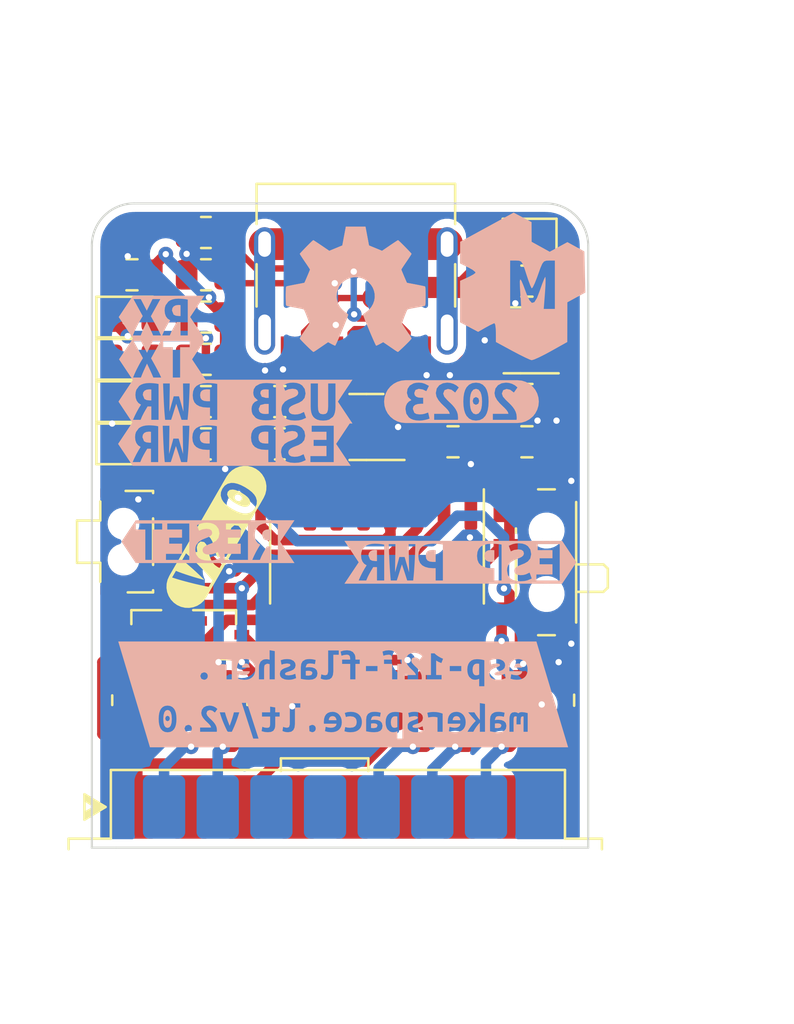
<source format=kicad_pcb>
(kicad_pcb (version 20211014) (generator pcbnew)
  (layers (0 "F.Cu" signal) (31 "B.Cu" signal) (34 "B.Paste" user) (35 "F.Paste" user) (36 "B.SilkS" user "B.Silkscreen") (37 "F.SilkS" user "F.Silkscreen") (38 "B.Mask" user) (39 "F.Mask" user) (44 "Edge.Cuts" user))
  (net 0 "")
  (net 1 "RST")
  (net 2 "GND")
  (net 3 "/V_USB_P")
  (net 4 "+3V3")
  (net 5 "V_ESP")
  (net 6 "/V_USB_E")
  (net 7 "/_CC1")
  (net 8 "/USBE_D+")
  (net 9 "/USBE_D-")
  (net 10 "/_CC2")
  (net 11 "TX")
  (net 12 "RX")
  (net 13 "EN")
  (net 14 "IO0")
  (net 15 "IO2")
  (net 16 "IO15")
  (net 17 "/_PWR_LED_CL")
  (net 18 "/_TX_USB")
  (net 19 "/_TX_LED_CL")
  (net 20 "/_RX_USB")
  (net 21 "/_RX_LED_CL")
  (net 22 "/_ESP_PWR_LED_CL")
  (net 23 "/_GPIO0_base")
  (net 24 "/_DTR")
  (net 25 "/_RST_BASE")
  (net 26 "/_RTS")
  (net 27 "/USB_D+")
  (net 28 "/USB_D-")
  (net 29 "/USB_ESD_P")
  (net 32 "unconnected-(J1-PadS1)")
  (footprint "Resistor_SMD:R_0805_2012Metric" (layer "F.Cu") (at 112.1 119.5 90)
    (fp_text reference "R1" hide)
    (fp_text value "10k")
  )
  (footprint "Resistor_SMD:R_0805_2012Metric" (layer "F.Cu") (at 108.9 107.375 180)
    (fp_text reference "R7" hide)
    (fp_text value "470")
  )
  (footprint "Capacitor_SMD:C_0805_2012Metric" (layer "F.Cu") (at 110.1 119.5 -90)
    (fp_text reference "C1" hide)
    (fp_text value "100n")
  )
  (footprint "Resistor_SMD:R_0805_2012Metric" (layer "F.Cu") (at 103.9 119.5 -90)
    (fp_text reference "R13" hide)
    (fp_text value "1k")
  )
  (footprint "Capacitor_SMD:C_0805_2012Metric" (layer "F.Cu") (at 101.9 99.375 180)
    (fp_text reference "C6" hide)
    (fp_text value "10u")
  )
  (footprint "LED_SMD:LED_0805_2012Metric" (layer "F.Cu") (at 101.9 101.375)
    (fp_text reference "LED3" hide)
    (fp_text value "RX")
  )
  (footprint "LED_SMD:LED_0805_2012Metric" (layer "F.Cu") (at 101.9 103.375)
    (fp_text reference "LED2" hide)
    (fp_text value "TX")
  )
  (footprint "Capacitor_SMD:C_0805_2012Metric" (layer "F.Cu") (at 120.6 107.275)
    (fp_text reference "C7" hide)
    (fp_text value "100n")
  )
  (footprint "Resistor_SMD:R_0805_2012Metric" (layer "F.Cu") (at 118.1 119.5 90)
    (fp_text reference "R4" hide)
    (fp_text value "10k")
  )
  (footprint "Package_SO:SOIC-16_3.9x9.9mm_P1.27mm" (layer "F.Cu") (at 113.5 112.975 -90)
    (fp_text reference "U3" hide)
    (fp_text value "CH340C")
  )
  (footprint "Capacitor_SMD:C_0805_2012Metric" (layer "F.Cu") (at 117.1 107.275)
    (fp_text reference "C5" hide)
    (fp_text value "100n")
  )
  (footprint "Resistor_SMD:R_0805_2012Metric" (layer "F.Cu") (at 105.4 99.375)
    (fp_text reference "R5" hide)
    (fp_text value "4k7")
  )
  (footprint "Diode_SMD:D_SOD-323" (layer "F.Cu") (at 120.5 97.575 180)
    (fp_text reference "D1" hide)
    (fp_text value "B5819WS")
  )
  (footprint "Resistor_SMD:R_0805_2012Metric" (layer "F.Cu") (at 105.4 103.375)
    (fp_text reference "R9" hide)
    (fp_text value "470")
  )
  (footprint "Resistor_SMD:R_0805_2012Metric" (layer "F.Cu") (at 105.4 97.375)
    (fp_text reference "R6" hide)
    (fp_text value "4k7")
  )
  (footprint "Package_TO_SOT_SMD:SOT-23-5" (layer "F.Cu") (at 120.3 102.475 180)
    (fp_text reference "U2" hide)
    (fp_text value "ME6211C33M5G-N")
  )
  (footprint "Resistor_SMD:R_0805_2012Metric" (layer "F.Cu") (at 105.4 107.375)
    (fp_text reference "R12" hide)
    (fp_text value "1k")
  )
  (footprint "Package_TO_SOT_SMD:SOT-23-6" (layer "F.Cu") (at 113 106.575 180)
    (fp_text reference "U1" hide)
    (fp_text value "USBLC6-2SC6")
  )
  (footprint "-local:SW_SPDT_PCM12" (layer "F.Cu") (at 121.2 112.975 90)
    (fp_text reference "SW2" hide)
    (fp_text value "ESP Power")
  )
  (footprint "LED_SMD:LED_0805_2012Metric" (layer "F.Cu") (at 101.9 107.375)
    (fp_text reference "LED4" hide)
    (fp_text value "ESP")
  )
  (footprint "Capacitor_SMD:C_0805_2012Metric" (layer "F.Cu") (at 108.9 105.375 180)
    (fp_text reference "C3" hide)
    (fp_text value "100n")
  )
  (footprint "LED_SMD:LED_0805_2012Metric" (layer "F.Cu") (at 101.9 105.375)
    (fp_text reference "LED1" hide)
    (fp_text value "PWR")
  )
  (footprint "Resistor_SMD:R_0805_2012Metric" (layer "F.Cu") (at 105.4 101.375)
    (fp_text reference "R10" hide)
    (fp_text value "470")
  )
  (footprint "-local:USB_C_Receptacle_HRO_TYPE-C-31-M-12" (layer "F.Cu") (at 112.5 98.975 180)
    (fp_text reference "J1" hide)
    (fp_text value "TYPE-C-31-M-12")
  )
  (footprint "Resistor_SMD:R_0805_2012Metric" (layer "F.Cu") (at 101.7 119.5 -90)
    (fp_text reference "R11" hide)
    (fp_text value "1k")
  )
  (footprint "Capacitor_SMD:C_0805_2012Metric" (layer "F.Cu") (at 122.1 119.5 90)
    (fp_text reference "C8" hide)
    (fp_text value "100n")
  )
  (footprint "-local:1TS003B-2400-3500A-CT" (layer "F.Cu") (at 101.5 112 90)
    (fp_text reference "SW1" hide)
    (fp_text value "RESET")
  )
  (footprint "kibuzzard-63EB9F20" (layer "F.Cu") (at 105.9 111.775 60)
    (fp_text reference "kibuzzard-63EB9F20" hide)
    (fp_text value "G***" hide)
  )
  (footprint "Resistor_SMD:R_0805_2012Metric" (layer "F.Cu") (at 105.4 105.375)
    (fp_text reference "R8" hide)
    (fp_text value "1k")
  )
  (footprint "Resistor_SMD:R_0805_2012Metric" (layer "F.Cu") (at 108.1 119.5 90)
    (fp_text reference "R14" hide)
    (fp_text value "470")
  )
  (footprint "Resistor_SMD:R_0805_2012Metric" (layer "F.Cu") (at 120.1 119.5 -90)
    (fp_text reference "R16" hide)
    (fp_text value "10k")
  )
  (footprint "Resistor_SMD:R_0805_2012Metric" (layer "F.Cu") (at 106.1 119.5 90)
    (fp_text reference "R15" hide)
    (fp_text value "470")
  )
  (footprint "Resistor_SMD:R_0805_2012Metric" (layer "F.Cu") (at 116.1 119.5 90)
    (fp_text reference "R3" hide)
    (fp_text value "10k")
  )
  (footprint "Package_TO_SOT_SMD:SOT-323_SC-70" (layer "F.Cu") (at 102.6 116.4 180)
    (fp_text reference "Q2" hide)
    (fp_text value "DTC114YUA")
  )
  (footprint "Package_TO_SOT_SMD:SOT-323_SC-70" (layer "F.Cu") (at 106.1 116.4)
    (fp_text reference "Q1" hide)
    (fp_text value "DTC114YUA")
  )
  (footprint "Capacitor_SMD:C_0805_2012Metric" (layer "F.Cu") (at 120.6 99.675 180)
    (fp_text reference "C2" hide)
    (fp_text value "10u")
  )
  (footprint "Capacitor_SMD:C_0805_2012Metric" (layer "F.Cu") (at 120.6 105.275)
    (fp_text reference "C4" hide)
    (fp_text value "10u")
  )
  (footprint "-local:IDC-Female_2x08_P2.54mm_Edge" (layer "F.Cu") (at 102.15 124.55 90)
    (fp_text reference "J2" hide)
    (fp_text value "IDC EDGE 2x8")
  )
  (footprint "Resistor_SMD:R_0805_2012Metric" (layer "F.Cu") (at 114.1 119.5 90)
    (fp_text reference "R2" hide)
    (fp_text value "10k")
  )
  (footprint "kibuzzard-63EE6395" (layer "B.Cu") (at 103.3 101.375 180)
    (fp_text reference "kibuzzard-63EE6395" hide)
    (fp_text value "G***" hide)
  )
  (footprint "Symbol:OSHW-Symbol_6.7x6mm_SilkScreen" (layer "B.Cu") (at 112.5 100.075 180)
    (fp_text reference "G1" hide)
    (fp_text value "Logo_Open_Hardware_Large" hide)
  )
  (footprint "kibuzzard-63ECAE5F" (layer "B.Cu") (at 117.45 112.975 180)
    (fp_text reference "kibuzzard-63ECAE5F" hide)
    (fp_text value "G***" hide)
  )
  (footprint "-local:logo_kms_small_silkscreen" (layer "B.Cu") (at 120.820705 99.888901 180)
    (fp_text reference "G2" hide)
    (fp_text value "LOGO_KMS" hide)
  )
  (footprint "kibuzzard-63EE63B5" (layer "B.Cu") (at 106.75 107.375 180)
    (fp_text reference "kibuzzard-63EE63B5" hide)
    (fp_text value "G***" hide)
  )
  (footprint "kibuzzard-63EE5BD6" (layer "B.Cu") (at 117.5 105.375 180)
    (fp_text reference "kibuzzard-63EE5BD6" hide)
    (fp_text value "G***" hide)
  )
  (footprint "kibuzzard-63EE5B04" (layer "B.Cu") (at 105.5 112 180)
    (fp_text reference "kibuzzard-63EE5B04" hide)
    (fp_text value "G***" hide)
  )
  (footprint "kibuzzard-63EE5F35" (layer "B.Cu") (at 111.9 119.225 180)
    (fp_text reference "kibuzzard-63EE5F35" hide)
    (fp_text value "G***" hide)
  )
  (footprint "kibuzzard-63EE63E9" (layer "B.Cu") (at 106.8 105.375 180)
    (fp_text reference "kibuzzard-63EE63E9" hide)
    (fp_text value "G***" hide)
  )
  (footprint "kibuzzard-63EE639E" (layer "B.Cu") (at 103.35 103.375 180)
    (fp_text reference "kibuzzard-63EE639E" hide)
    (fp_text value "G***" hide)
  )
  (gr_line (start 100.5 124.525) (end 99.7 124.975) (layer "F.SilkS") (width 0.15))
  (gr_line (start 100.5 124.575) (end 99.7 124.075) (layer "F.SilkS") (width 0.15))
  (gr_line (start 100.3 124.625) (end 99.7 124.225) (layer "F.SilkS") (width 0.15))
  (gr_line (start 100.3 124.475) (end 99.7 124.825) (layer "F.SilkS") (width 0.15))
  (gr_line (start 122.25 126.475) (end 101.15 126.475) (layer "Edge.Cuts") (width 0.1))
  (gr_line (start 123.5 98) (end 123.5 126.475) (layer "Edge.Cuts") (width 0.1))
  (gr_line (start 100 98) (end 100 126.475) (layer "Edge.Cuts") (width 0.1))
  (gr_arc (start 121.5 96) (mid 122.914214 96.585786) (end 123.5 98) (layer "Edge.Cuts") (width 0.1))
  (gr_line (start 122.25 126.475) (end 123.5 126.475) (layer "Edge.Cuts") (width 0.1))
  (gr_line (start 102 96) (end 121.5 96) (layer "Edge.Cuts") (width 0.1))
  (gr_line (start 101.15 126.475) (end 100 126.475) (layer "Edge.Cuts") (width 0.1))
  (gr_arc (start 100 98) (mid 100.585786 96.585786) (end 102 96) (layer "Edge.Cuts") (width 0.1))
  (segment (start 101.6 116.6) (end 100.5 117.7) (width 0.5) (layer "F.Cu") (net 1))
  (segment (start 107.3 122.5) (end 102.4 122.5) (width 0.5) (layer "F.Cu") (net 1))
  (segment (start 101.6 116.4) (end 101.6 115.3) (width 0.5) (layer "F.Cu") (net 1))
  (segment (start 112.1 120.4125) (end 112.1 121.3) (width 0.5) (layer "F.Cu") (net 1))
  (segment (start 112.1 121.3) (end 111.8 121.6) (width 0.5) (layer "F.Cu") (net 1))
  (segment (start 108.2 121.6) (end 107.3 122.5) (width 0.5) (layer "F.Cu") (net 1))
  (segment (start 100.5 121.1) (end 102.15 122.75) (width 0.5) (layer "F.Cu") (net 1))
  (segment (start 102.9 114) (end 102.9 113.7) (width 0.5) (layer "F.Cu") (net 1))
  (segment (start 101.6 116.4) (end 101.6 116.6) (width 0.5) (layer "F.Cu") (net 1))
  (segment (start 102.4 122.5) (end 102.15 122.75) (width 0.5) (layer "F.Cu") (net 1))
  (segment (start 111.8 121.6) (end 108.2 121.6) (width 0.5) (layer "F.Cu") (net 1))
  (segment (start 101.6 115.3) (end 102.9 114) (width 0.5) (layer "F.Cu") (net 1))
  (segment (start 110.15 118.55) (end 110.1 118.55) (width 0.5) (layer "F.Cu") (net 1))
  (segment (start 112.0125 120.4125) (end 110.15 118.55) (width 0.5) (layer "F.Cu") (net 1))
  (segment (start 100.5 117.7) (end 100.5 121.1) (width 0.5) (layer "F.Cu") (net 1))
  (segment (start 112.1 120.4125) (end 112.0125 120.4125) (width 0.5) (layer "F.Cu") (net 1))
  (segment (start 102.15 122.75) (end 102.15 124.55) (width 0.5) (layer "F.Cu") (net 1))
  (segment (start 118.601472 102.475) (end 116.950736 104.125736) (width 0.5) (layer "F.Cu") (net 2))
  (segment (start 120.42 117.78) (end 120.42 118.2675) (width 0.5) (layer "F.Cu") (net 2))
  (segment (start 109.4875 119.7875) (end 110.1 120.4) (width 0.5) (layer "F.Cu") (net 2))
  (segment (start 107.95 105.375) (end 107.95 104.15) (width 0.5) (layer "F.Cu") (net 2))
  (segment (start 116.801472 104.275) (end 116.950736 104.125736) (width 0.5) (layer "F.Cu") (net 2))
  (segment (start 121.55 106.725) (end 121.1 106.275) (width 0.5) (layer "F.Cu") (net 2))
  (segment (start 115.85 104.125) (end 116 104.275) (width 0.5) (layer "F.Cu") (net 2))
  (segment (start 100.9625 106.4125) (end 100.9625 107.375) (width 0.5) (layer "F.Cu") (net 2))
  (segment (start 122.7 116.695) (end 122.63 116.625) (width 0.5) (layer "F.Cu") (net 2))
  (segment (start 120.42 108.555) (end 121.55 107.425) (width 0.5) (layer "F.Cu") (net 2))
  (segment (start 120.42 116.625) (end 121.025 116.625) (width 0.5) (layer "F.Cu") (net 2))
  (segment (start 122.7 109.255) (end 122.63 109.325) (width 0.5) (layer "F.Cu") (net 2))
  (segment (start 109.05 103.85) (end 109.25 103.65) (width 0.5) (layer "F.Cu") (net 2))
  (segment (start 117.945 110.5) (end 117.945 111.755) (width 0.5) (layer "F.Cu") (net 2))
  (segment (start 104.4875 98.3875) (end 104.4875 97.375) (width 0.5) (layer "F.Cu") (net 2))
  (segment (start 102.9 110.3) (end 102.5 110.3) (width 0.5) (layer "F.Cu") (net 2))
  (segment (start 120.42 109.325) (end 120.42 108.555) (width 0.5) (layer "F.Cu") (net 2))
  (segment (start 121.55 107.275) (end 121.55 105.275) (width 0.5) (layer "F.Cu") (net 2))
  (segment (start 121.55 107.425) (end 122.7 108.575) (width 0.5) (layer "F.Cu") (net 2))
  (segment (start 119.65 99.675) (end 120.05 100.075) (width 0.5) (layer "F.Cu") (net 2))
  (segment (start 117.945 111.755) (end 117.9 111.8) (width 0.5) (layer "F.Cu") (net 2))
  (segment (start 122.7 109.125) (end 122.7 109.255) (width 0.5) (layer "F.Cu") (net 2))
  (segment (start 117.945 108.33) (end 117.945 107.38) (width 0.5) (layer "F.Cu") (net 2))
  (segment (start 122.7 108.575) (end 122.7 109.125) (width 0.5) (layer "F.Cu") (net 2))
  (segment (start 107.95 104.15) (end 108.2 103.9) (width 0.5) (layer "F.Cu") (net 2))
  (segment (start 110.1 120.4) (end 110.1 120.45) (width 0.5) (layer "F.Cu") (net 2))
  (segment (start 104.4875 99.375) (end 104.4875 98.3875) (width 0.5) (layer "F.Cu") (net 2))
  (segment (start 115.75 104.025) (end 115.85 104.125) (width 0.5) (layer "F.Cu") (net 2))
  (segment (start 100.9625 105.375) (end 100.9625 106.4125) (width 0.5) (layer "F.Cu") (net 2))
  (segment (start 117.945 110.5) (end 117.945 108.33) (width 0.5) (layer "F.Cu") (net 2))
  (segment (start 118.601472 102.475) (end 121.4375 102.475) (width 0.5) (layer "F.Cu") (net 2))
  (segment (start 121.55 105.825) (end 122 106.275) (width 0.5) (layer "F.Cu") (net 2))
  (segment (start 121.55 107.275) (end 121.55 106.725) (width 0.5) (layer "F.Cu") (net 2))
  (segment (start 120.05 100.075) (end 120.05 100.725) (width 0.5) (layer "F.Cu") (net 2))
  (segment (start 116 104.275) (end 116.801472 104.275) (width 0.5) (layer "F.Cu") (net 2))
  (segment (start 100.95 99.375) (end 100.95 99.25) (width 0.5) (layer "F.Cu") (net 2))
  (segment (start 121.55 107.425) (end 121.55 107.275) (width 0.5) (layer "F.Cu") (net 2))
  (segment (start 109.25 103.65) (end 109.25 103.02) (width 0.5) (layer "F.Cu") (net 2))
  (segment (start 121.025 116.625) (end 122.1 117.7) (width 0.5) (layer "F.Cu") (net 2))
  (segment (start 108.2 103.9) (end 109 103.9) (width 0.5) (layer "F.Cu") (net 2))
  (segment (start 109 103.9) (end 109.05 103.85) (width 0.5) (layer "F.Cu") (net 2))
  (segment (start 100.95 99.25) (end 101.7 98.5) (width 0.5) (layer "F.Cu") (net 2))
  (segment (start 115.75 103.02) (end 115.75 104.025) (width 0.5) (layer "F.Cu") (net 2))
  (segment (start 117.945 107.38) (end 118.05 107.275) (width 0.5) (layer "F.Cu") (net 2))
  (segment (start 122.1 117.7) (end 122.1 118.55) (width 0.5) (layer "F.Cu") (net 2))
  (segment (start 120.42 116.625) (end 120.42 117.78) (width 0.5) (layer "F.Cu") (net 2))
  (segment (start 120.42 118.2675) (end 120.1 118.5875) (width 0.5) (layer "F.Cu") (net 2))
  (segment (start 122.7 116.825) (end 122.7 116.695) (width 0.5) (layer "F.Cu") (net 2))
  (segment (start 121.55 105.275) (end 121.55 105.825) (width 0.5) (layer "F.Cu") (net 2))
  (segment (start 102.5 110.3) (end 102.2 110) (width 0.5) (layer "F.Cu") (net 2))
  (via (at 109.4875 119.7875) (size 0.7) (drill 0.3) (layers "F.Cu" "B.Cu") (net 2))
  (via (at 117.9 111.8) (size 0.7) (drill 0.3) (layers "F.Cu" "B.Cu") (net 2))
  (via (at 100.9625 106.4125) (size 0.7) (drill 0.3) (layers "F.Cu" "B.Cu") (net 2))
  (via (at 104.4875 98.3875) (size 0.7) (drill 0.3) (layers "F.Cu" "B.Cu") (net 2))
  (via (at 120.42 117.78) (size 0.7) (drill 0.3) (layers "F.Cu" "B.Cu") (net 2))
  (via (at 101.7 98.5) (size 0.7) (drill 0.3) (layers "F.Cu" "B.Cu") (net 2))
  (via (at 117.945 108.33) (size 0.7) (drill 0.3) (layers "F.Cu" "B.Cu") (net 2))
  (via (at 122.7 109.125) (size 0.7) (drill 0.3) (layers "F.Cu" "B.Cu") (net 2))
  (via (at 108.2 103.9) (size 0.7) (drill 0.3) (layers "F.Cu" "B.Cu") (net 2))
  (via (at 121.1 106.275) (size 0.7) (drill 0.3) (layers "F.Cu" "B.Cu") (net 2))
  (via (at 122 106.275) (size 0.7) (drill 0.3) (layers "F.Cu" "B.Cu") (net 2))
  (via (at 115.85 104.125) (size 0.7) (drill 0.3) (layers "F.Cu" "B.Cu") (net 2))
  (via (at 120.05 100.725) (size 0.7) (drill 0.3) (layers "F.Cu" "B.Cu") (net 2))
  (via (at 102.2 110) (size 0.7) (drill 0.3) (layers "F.Cu" "B.Cu") (net 2))
  (via (at 122.7 116.825) (size 0.7) (drill 0.3) (layers "F.Cu" "B.Cu") (net 2))
  (via (at 114.5 106.575) (size 0.7) (drill 0.3) (layers "F.Cu" "B.Cu") (net 2))
  (via (at 122.1 117.7) (size 0.7) (drill 0.3) (layers "F.Cu" "B.Cu") (net 2))
  (via (at 118.601472 102.475) (size 0.7) (drill 0.3) (layers "F.Cu" "B.Cu") (net 2))
  (via (at 109.05 103.85) (size 0.7) (drill 0.3) (layers "F.Cu" "B.Cu") (net 2))
  (via (at 116.950736 104.125736) (size 0.7) (drill 0.3) (layers "F.Cu" "B.Cu") (net 2))
  (segment (start 121.55 99.675) (end 121.55 97.575) (width 1) (layer "F.Cu") (net 3))
  (segment (start 122.55 103.025) (end 122.15 103.425) (width 0.5) (layer "F.Cu") (net 3))
  (segment (start 121.4375 99.7875) (end 121.55 99.675) (width 0.5) (layer "F.Cu") (net 3))
  (segment (start 121.998528 101.525) (end 122.55 102.076472) (width 0.5) (layer "F.Cu") (net 3))
  (segment (start 122.15 103.425) (end 121.4375 103.425) (width 0.5) (layer "F.Cu") (net 3))
  (segment (start 121.4375 101.525) (end 121.998528 101.525) (width 0.5) (layer "F.Cu") (net 3))
  (segment (start 121.4375 101.525) (end 121.4375 99.7875) (width 0.5) (layer "F.Cu") (net 3))
  (segment (start 122.55 102.076472) (end 122.55 103.025) (width 0.5) (layer "F.Cu") (net 3))
  (segment (start 114.5 108.675) (end 115.8 108.675) (width 0.5) (layer "F.Cu") (net 4))
  (segment (start 105.543726 100.606226) (end 106.3125 101.375) (width 0.5) (layer "F.Cu") (net 4))
  (segment (start 114.135 110.5) (end 114.135 109.04) (width 0.5) (layer "F.Cu") (net 4))
  (segment (start 108.656472 111.925) (end 107.9875 111.256028) (width 0.5) (layer "F.Cu") (net 4))
  (segment (start 117.945 115.45) (end 117.945 118.4325) (width 0.5) (layer "F.Cu") (net 4))
  (segment (start 119.65 107.275) (end 119.65 105.275) (width 0.5) (layer "F.Cu") (net 4))
  (segment (start 102.85 99.05) (end 103.5 98.4) (width 0.5) (layer "F.Cu") (net 4))
  (segment (start 119.45 103.425) (end 119.9 103.875) (width 0.5) (layer "F.Cu") (net 4))
  (segment (start 107.9875 107.127449) (end 106.3125 105.452449) (width 0.5) (layer "F.Cu") (net 4))
  (segment (start 119.1625 103.425) (end 119.45 103.425) (width 0.5) (layer "F.Cu") (net 4))
  (segment (start 118.1 118.5875) (end 116.1 118.5875) (width 0.5) (layer "F.Cu") (net 4))
  (segment (start 114.1 118.5875) (end 112.1 118.5875) (width 0.5) (layer "F.Cu") (net 4))
  (segment (start 117.945 115.45) (end 117.945 113.655) (width 0.5) (layer "F.Cu") (net 4))
  (segment (start 114.135 110.5) (end 114.135 111.665) (width 0.5) (layer "F.Cu") (net 4))
  (segment (start 113.875 111.925) (end 108.656472 111.925) (width 0.5) (layer "F.Cu") (net 4))
  (segment (start 115.8 108.675) (end 116.15 108.325) (width 0.5) (layer "F.Cu") (net 4))
  (segment (start 106.3125 103.375) (end 106.3125 105.375) (width 0.5) (layer "F.Cu") (net 4))
  (segment (start 119.57 107.905) (end 119.57 110.525) (width 0.5) (layer "F.Cu") (net 4))
  (segment (start 119.77 112.225) (end 119.77 110.725) (width 0.5) (layer "F.Cu") (net 4))
  (segment (start 119.9 105.025) (end 119.65 105.275) (width 0.5) (layer "F.Cu") (net 4))
  (segment (start 114.135 111.665) (end 113.875 111.925) (width 0.5) (layer "F.Cu") (net 4))
  (segment (start 119.65 107.825) (end 119.57 107.905) (width 0.5) (layer "F.Cu") (net 4))
  (segment (start 119.9 103.875) (end 119.9 105.025) (width 0.5) (layer "F.Cu") (net 4))
  (segment (start 116.15 107.275) (end 116.15 106.025) (width 0.5) (layer "F.Cu") (net 4))
  (segment (start 107.9875 111.256028) (end 107.9875 107.375) (width 0.5) (layer "F.Cu") (net 4))
  (segment (start 119.57 110.525) (end 119.77 110.725) (width 0.5) (layer "F.Cu") (net 4))
  (segment (start 106.3125 103.375) (end 106.3125 101.375) (width 0.5) (layer "F.Cu") (net 4))
  (segment (start 102.85 99.375) (end 102.85 99.05) (width 0.5) (layer "F.Cu") (net 4))
  (segment (start 116.1 118.5875) (end 114.1 118.5875) (width 0.5) (layer "F.Cu") (net 4))
  (segment (start 105.543726 100.443779) (end 105.543726 100.606226) (width 0.5) (layer "F.Cu") (net 4))
  (segment (start 106.3125 105.452449) (end 106.3125 105.375) (width 0.5) (layer "F.Cu") (net 4))
  (segment (start 117.945 118.4325) (end 118.1 118.5875) (width 0.5) (layer "F.Cu") (net 4))
  (segment (start 119.65 107.275) (end 119.65 107.825) (width 0.5) (layer "F.Cu") (net 4))
  (segment (start 107.9875 107.375) (end 107.9875 107.127449) (width 0.5) (layer "F.Cu") (net 4))
  (segment (start 117.945 113.655) (end 119.375 112.225) (width 0.5) (layer "F.Cu") (net 4))
  (segment (start 114.135 109.04) (end 114.5 108.675) (width 0.5) (layer "F.Cu") (net 4))
  (segment (start 116.15 108.325) (end 116.15 107.275) (width 0.5) (layer "F.Cu") (net 4))
  (segment (start 116.15 106.025) (end 116.9 105.275) (width 0.5) (layer "F.Cu") (net 4))
  (segment (start 116.9 105.275) (end 119.65 105.275) (width 0.5) (layer "F.Cu") (net 4))
  (segment (start 119.375 112.225) (end 119.77 112.225) (width 0.5) (layer "F.Cu") (net 4))
  (via (at 103.5 98.4) (size 0.7) (drill 0.3) (layers "F.Cu" "B.Cu") (net 4))
  (via (at 105.543726 100.443779) (size 0.7) (drill 0.3) (layers "F.Cu" "B.Cu") (net 4))
  (segment (start 103.5 98.531371) (end 105.412408 100.443779) (width 0.5) (layer "B.Cu") (net 4))
  (segment (start 103.5 98.4) (end 103.5 98.531371) (width 0.5) (layer "B.Cu") (net 4))
  (segment (start 105.412408 100.443779) (end 105.543726 100.443779) (width 0.5) (layer "B.Cu") (net 4))
  (segment (start 119.93 124.55) (end 119.93 124.07) (width 0.5) (layer "F.Cu") (net 5))
  (segment (start 122.1 121.9) (end 122.1 120.45) (width 0.5) (layer "F.Cu") (net 5))
  (segment (start 122.1 120.45) (end 122.05 120.45) (width 0.5) (layer "F.Cu") (net 5))
  (segment (start 119.4 115.595) (end 119.4 116.7) (width 0.5) (layer "F.Cu") (net 5))
  (segment (start 122.05 120.45) (end 121.3 119.7) (width 0.5) (layer "F.Cu") (net 5))
  (segment (start 119.77 114.47) (end 119.77 115.225) (width 0.5) (layer "F.Cu") (net 5))
  (segment (start 119.5125 114.2125) (end 119.77 114.47) (width 0.5) (layer "F.Cu") (net 5))
  (segment (start 119.77 115.225) (end 119.4 115.595) (width 0.5) (layer "F.Cu") (net 5))
  (segment (start 119.93 124.07) (end 122.1 121.9) (width 0.5) (layer "F.Cu") (net 5))
  (segment (start 106.3125 108.5625) (end 106.3125 107.375) (width 0.5) (layer "F.Cu") (net 5))
  (via (at 119.5125 114.2125) (size 0.7) (drill 0.3) (layers "F.Cu" "B.Cu") (net 5))
  (via (at 121.3 119.7) (size 0.7) (drill 0.3) (layers "F.Cu" "B.Cu") (net 5))
  (via (at 106.3125 108.5625) (size 0.7) (drill 0.3) (layers "F.Cu" "B.Cu") (net 5))
  (via (at 119.4 116.7) (size 0.7) (drill 0.3) (layers "F.Cu" "B.Cu") (net 5))
  (segment (start 117.3 110.775) (end 118.5 110.775) (width 0.5) (layer "B.Cu") (net 5))
  (segment (start 121.3 119.7) (end 121.208629 119.7) (width 0.5) (layer "B.Cu") (net 5))
  (segment (start 118.5 110.775) (end 119.5125 111.7875) (width 0.5) (layer "B.Cu") (net 5))
  (segment (start 109.725 111.975) (end 116.1 111.975) (width 0.5) (layer "B.Cu") (net 5))
  (segment (start 119.5125 111.7875) (end 119.5125 114.2125) (width 0.5) (layer "B.Cu") (net 5))
  (segment (start 119.4 117.891371) (end 119.4 116.7) (width 0.5) (layer "B.Cu") (net 5))
  (segment (start 116.1 111.975) (end 117.3 110.775) (width 0.5) (layer "B.Cu") (net 5))
  (segment (start 106.3125 108.5625) (end 109.725 111.975) (width 0.5) (layer "B.Cu") (net 5))
  (segment (start 121.208629 119.7) (end 119.4 117.891371) (width 0.5) (layer "B.Cu") (net 5))
  (segment (start 119 97.575) (end 118.45 98.125) (width 1) (layer "F.Cu") (net 6))
  (segment (start 113.3 100.475) (end 111.664596 100.475) (width 0.3) (layer "F.Cu") (net 6))
  (segment (start 114.95 103.02) (end 114.95 102.125) (width 0.3) (layer "F.Cu") (net 6))
  (segment (start 110.05 102.089596) (end 110.05 103.02) (width 0.3) (layer "F.Cu") (net 6))
  (segment (start 118.45 98.125) (end 118.45 99.125) (width 1) (layer "F.Cu") (net 6))
  (segment (start 111.664596 100.475) (end 110.05 102.089596) (width 0.3) (layer "F.Cu") (net 6))
  (segment (start 113.8 99.975) (end 113.3 100.475) (width 1) (layer "F.Cu") (net 6))
  (segment (start 118.45 99.125) (end 117.6 99.975) (width 1) (layer "F.Cu") (net 6))
  (segment (start 119.45 97.575) (end 119 97.575) (width 1) (layer "F.Cu") (net 6))
  (segment (start 114.95 102.125) (end 113.3 100.475) (width 0.3) (layer "F.Cu") (net 6))
  (segment (start 117.6 99.975) (end 113.8 99.975) (width 1) (layer "F.Cu") (net 6))
  (segment (start 106.3125 97.375) (end 106.3125 97.613135) (width 0.3) (layer "F.Cu") (net 7))
  (segment (start 113.75 101.917894) (end 113.75 103.02) (width 0.3) (layer "F.Cu") (net 7))
  (segment (start 112.616521 101.445) (end 113.277106 101.445) (width 0.3) (layer "F.Cu") (net 7))
  (segment (start 107.774365 99.075) (end 112.2505 99.075) (width 0.3) (layer "F.Cu") (net 7))
  (segment (start 112.2505 99.075) (end 112.4 99.2245) (width 0.3) (layer "F.Cu") (net 7))
  (segment (start 112.417763 101.246242) (end 112.616521 101.445) (width 0.3) (layer "F.Cu") (net 7))
  (segment (start 113.277106 101.445) (end 113.75 101.917894) (width 0.3) (layer "F.Cu") (net 7))
  (segment (start 106.3125 97.613135) (end 107.774365 99.075) (width 0.3) (layer "F.Cu") (net 7))
  (via (at 112.4 99.2245) (size 0.7) (drill 0.3) (layers "F.Cu" "B.Cu") (net 7))
  (via (at 112.417763 101.246242) (size 0.7) (drill 0.3) (layers "F.Cu" "B.Cu") (net 7))
  (segment (start 112.4 101.228479) (end 112.417763 101.246242) (width 0.3) (layer "B.Cu") (net 7))
  (segment (start 112.4 99.2245) (end 112.4 101.228479) (width 0.3) (layer "B.Cu") (net 7))
  (segment (start 113.8 104.675) (end 113.292894 104.675) (width 0.3) (layer "F.Cu") (net 8))
  (segment (start 114.1375 105.0125) (end 113.8 104.675) (width 0.3) (layer "F.Cu") (net 8))
  (segment (start 112.58 104.095) (end 112.75 103.925) (width 0.3) (layer "F.Cu") (net 8))
  (segment (start 114.1375 105.625) (end 114.1375 105.0125) (width 0.3) (layer "F.Cu") (net 8))
  (segment (start 111.75 103.02) (end 111.75 103.925) (width 0.3) (layer "F.Cu") (net 8))
  (segment (start 112.75 104.132106) (end 112.75 103.925) (width 0.3) (layer "F.Cu") (net 8))
  (segment (start 111.75 103.925) (end 111.92 104.095) (width 0.3) (layer "F.Cu") (net 8))
  (segment (start 113.292894 104.675) (end 112.75 104.132106) (width 0.3) (layer "F.Cu") (net 8))
  (segment (start 112.75 103.925) (end 112.75 103.02) (width 0.3) (layer "F.Cu") (net 8))
  (segment (start 111.92 104.095) (end 112.58 104.095) (width 0.3) (layer "F.Cu") (net 8))
  (segment (start 113.25 102.125) (end 113.25 103.02) (width 0.3) (layer "F.Cu") (net 9))
  (segment (start 115.2 105.317893) (end 115.2 107.275) (width 0.3) (layer "F.Cu") (net 9))
  (segment (start 113.07 101.945) (end 113.25 102.125) (width 0.3) (layer "F.Cu") (net 9))
  (segment (start 113.5 104.175) (end 114.057107 104.175) (width 0.3) (layer "F.Cu") (net 9))
  (segment (start 113.25 103.925) (end 113.5 104.175) (width 0.3) (layer "F.Cu") (net 9))
  (segment (start 114.95 107.525) (end 114.1375 107.525) (width 0.3) (layer "F.Cu") (net 9))
  (segment (start 115.2 107.275) (end 114.95 107.525) (width 0.3) (layer "F.Cu") (net 9))
  (segment (start 112.45 101.945) (end 113.07 101.945) (width 0.3) (layer "F.Cu") (net 9))
  (segment (start 114.057107 104.175) (end 115.2 105.317893) (width 0.3) (layer "F.Cu") (net 9))
  (segment (start 112.25 103.02) (end 112.25 102.145) (width 0.3) (layer "F.Cu") (net 9))
  (segment (start 112.25 102.145) (end 112.45 101.945) (width 0.3) (layer "F.Cu") (net 9))
  (segment (start 113.25 103.02) (end 113.25 103.925) (width 0.3) (layer "F.Cu") (net 9))
  (segment (start 111.4995 99.775) (end 106.7125 99.775) (width 0.3) (layer "F.Cu") (net 10))
  (segment (start 111.352066 101.945) (end 111.549216 101.74785) (width 0.3) (layer "F.Cu") (net 10))
  (segment (start 110.95 101.945) (end 111.352066 101.945) (width 0.3) (layer "F.Cu") (net 10))
  (segment (start 111.5 99.7745) (end 111.4995 99.775) (width 0.3) (layer "F.Cu") (net 10))
  (segment (start 110.75 102.145) (end 110.95 101.945) (width 0.3) (layer "F.Cu") (net 10))
  (segment (start 106.7125 99.775) (end 106.3125 99.375) (width 0.3) (layer "F.Cu") (net 10))
  (segment (start 110.75 103.02) (end 110.75 102.145) (width 0.3) (layer "F.Cu") (net 10))
  (via (at 111.5 99.7745) (size 0.7) (drill 0.3) (layers "F.Cu" "B.Cu") (net 10))
  (via (at 111.549216 101.74785) (size 0.7) (drill 0.3) (layers "F.Cu" "B.Cu") (net 10))
  (segment (start 111.5 99.7745) (end 111.5 101.698634) (width 0.3) (layer "B.Cu") (net 10))
  (segment (start 111.5 101.698634) (end 111.549216 101.74785) (width 0.3) (layer "B.Cu") (net 10))
  (segment (start 105.9875 120.4125) (end 106.1 120.4125) (width 0.5) (layer "F.Cu") (net 11))
  (segment (start 104.7 121.7) (end 105.9875 120.4125) (width 0.5) (layer "F.Cu") (net 11))
  (via (at 104.7 121.7) (size 0.7) (drill 0.3) (layers "F.Cu" "B.Cu") (net 11))
  (segment (start 103.42 122.68) (end 103.42 124.55) (width 0.5) (layer "B.Cu") (net 11))
  (segment (start 104.7 121.7) (end 104.4 121.7) (width 0.5) (layer "B.Cu") (net 11))
  (segment (start 104.4 121.7) (end 103.42 122.68) (width 0.5) (layer "B.Cu") (net 11))
  (segment (start 106.7 121.7) (end 107.9875 120.4125) (width 0.5) (layer "F.Cu") (net 12))
  (segment (start 106.2 121.7) (end 106.7 121.7) (width 0.5) (layer "F.Cu") (net 12))
  (segment (start 107.9875 120.4125) (end 108.1 120.4125) (width 0.5) (layer "F.Cu") (net 12))
  (via (at 106.2 121.7) (size 0.7) (drill 0.3) (layers "F.Cu" "B.Cu") (net 12))
  (segment (start 106.2 121.7) (end 105.96 121.94) (width 0.5) (layer "B.Cu") (net 12))
  (segment (start 105.96 121.94) (end 105.96 124.55) (width 0.5) (layer "B.Cu") (net 12))
  (segment (start 114.1 121.3) (end 114.1 120.4125) (width 0.5) (layer "F.Cu") (net 13))
  (segment (start 107.23 124.55) (end 107.23 123.97) (width 0.5) (layer "F.Cu") (net 13))
  (segment (start 113 122.4) (end 114.1 121.3) (width 0.5) (layer "F.Cu") (net 13))
  (segment (start 107.23 123.97) (end 108.8 122.4) (width 0.5) (layer "F.Cu") (net 13))
  (segment (start 108.8 122.4) (end 113 122.4) (width 0.5) (layer "F.Cu") (net 13))
  (segment (start 108.3 117.6) (end 107.1 116.4) (width 0.5) (layer "F.Cu") (net 14))
  (segment (start 115.8 121.7) (end 116.1 121.4) (width 0.5) (layer "F.Cu") (net 14))
  (segment (start 114.95 117.6) (end 108.3 117.6) (width 0.5) (layer "F.Cu") (net 14))
  (segment (start 115.2 121.7) (end 115.8 121.7) (width 0.5) (layer "F.Cu") (net 14))
  (segment (start 116.1 121.4) (end 116.1 120.4125) (width 0.5) (layer "F.Cu") (net 14))
  (via (at 115.2 121.7) (size 0.7) (drill 0.3) (layers "F.Cu" "B.Cu") (net 14))
  (via (at 114.95 117.6) (size 0.7) (drill 0.3) (layers "F.Cu" "B.Cu") (net 14))
  (segment (start 113.58 122.72) (end 113.58 124.55) (width 0.5) (layer "B.Cu") (net 14))
  (segment (start 114.6 121.7) (end 113.58 122.72) (width 0.5) (layer "B.Cu") (net 14))
  (segment (start 114.95 117.6) (end 115.2 117.85) (width 0.5) (layer "B.Cu") (net 14))
  (segment (start 115.2 117.85) (end 115.2 121.7) (width 0.5) (layer "B.Cu") (net 14))
  (segment (start 115.2 121.7) (end 114.6 121.7) (width 0.5) (layer "B.Cu") (net 14))
  (segment (start 117.2 121.7) (end 117.8 121.7) (width 0.5) (layer "F.Cu") (net 15))
  (segment (start 118.1 121.4) (end 118.1 120.4125) (width 0.5) (layer "F.Cu") (net 15))
  (segment (start 117.8 121.7) (end 118.1 121.4) (width 0.5) (layer "F.Cu") (net 15))
  (via (at 117.2 121.7) (size 0.7) (drill 0.3) (layers "F.Cu" "B.Cu") (net 15))
  (segment (start 117.2 121.7) (end 116.12 122.78) (width 0.5) (layer "B.Cu") (net 15))
  (segment (start 116.12 122.78) (end 116.12 124.55) (width 0.5) (layer "B.Cu") (net 15))
  (segment (start 119.4 121.7) (end 119.8 121.7) (width 0.5) (layer "F.Cu") (net 16))
  (segment (start 120.1 121.4) (end 120.1 120.4125) (width 0.5) (layer "F.Cu") (net 16))
  (segment (start 119.8 121.7) (end 120.1 121.4) (width 0.5) (layer "F.Cu") (net 16))
  (via (at 119.4 121.7) (size 0.7) (drill 0.3) (layers "F.Cu" "B.Cu") (net 16))
  (segment (start 119.4 121.7) (end 118.66 122.44) (width 0.5) (layer "B.Cu") (net 16))
  (segment (start 118.66 122.44) (end 118.66 124.55) (width 0.5) (layer "B.Cu") (net 16))
  (segment (start 104.4875 105.375) (end 102.8375 105.375) (width 0.5) (layer "F.Cu") (net 17))
  (segment (start 107.9875 118.5875) (end 107.1 117.7) (width 0.5) (layer "F.Cu") (net 18))
  (segment (start 108.1 118.5875) (end 107.9875 118.5875) (width 0.5) (layer "F.Cu") (net 18))
  (segment (start 105.2005 114.2005) (end 104.3 113.3) (width 0.5) (layer "F.Cu") (net 18))
  (segment (start 114.454898 113.325) (end 107.9755 113.325) (width 0.5) (layer "F.Cu") (net 18))
  (segment (start 101.9 104.3125) (end 100.9625 103.375) (width 0.5) (layer "F.Cu") (net 18))
  (segment (start 102.456389 108.675) (end 101.9 108.118611) (width 0.5) (layer "F.Cu") (net 18))
  (segment (start 116.675 111.104899) (end 114.454898 113.325) (width 0.5) (layer "F.Cu") (net 18))
  (segment (start 107.9755 113.325) (end 107.1 114.2005) (width 0.5) (layer "F.Cu") (net 18))
  (segment (start 116.675 110.5) (end 116.675 111.104899) (width 0.5) (layer "F.Cu") (net 18))
  (segment (start 101.9 108.118611) (end 101.9 104.3125) (width 0.5) (layer "F.Cu") (net 18))
  (segment (start 104.3 113.3) (end 104.3 109.9) (width 0.5) (layer "F.Cu") (net 18))
  (segment (start 107.1 114.2005) (end 105.2005 114.2005) (width 0.5) (layer "F.Cu") (net 18))
  (segment (start 104.3 109.9) (end 103.075 108.675) (width 0.5) (layer "F.Cu") (net 18))
  (segment (start 103.075 108.675) (end 102.456389 108.675) (width 0.5) (layer "F.Cu") (net 18))
  (via (at 107.1 114.2005) (size 0.7) (drill 0.3) (layers "F.Cu" "B.Cu") (net 18))
  (via (at 107.1 117.7) (size 0.7) (drill 0.3) (layers "F.Cu" "B.Cu") (net 18))
  (segment (start 107.1 114.2005) (end 107.1 117.7) (width 0.5) (layer "B.Cu") (net 18))
  (segment (start 104.4875 103.375) (end 102.8375 103.375) (width 0.5) (layer "F.Cu") (net 19))
  (segment (start 106.125 113.4) (end 105.4 112.675) (width 0.5) (layer "F.Cu") (net 20))
  (segment (start 107.575 112.625) (end 114.164949 112.625) (width 0.5) (layer "F.Cu") (net 20))
  (segment (start 106.1 117.8) (end 106 117.7) (width 0.5) (layer "F.Cu") (net 20))
  (segment (start 106.5 113.4) (end 106.8 113.4) (width 0.5) (layer "F.Cu") (net 20))
  (segment (start 105.4 102.375) (end 105.4 108.475) (width 0.4) (layer "F.Cu") (net 20))
  (segment (start 100.9625 101.375) (end 100.9625 101.5375) (width 0.5) (layer "F.Cu") (net 20))
  (segment (start 114.164949 112.625) (end 115.405 111.384949) (width 0.5) (layer "F.Cu") (net 20))
  (segment (start 105.4 112.675) (end 105.4 108.475) (width 0.5) (layer "F.Cu") (net 20))
  (segment (start 106.1 118.5875) (end 106.1 117.8) (width 0.5) (layer "F.Cu") (net 20))
  (segment (start 100.9625 101.5375) (end 101.7 102.275) (width 0.5) (layer "F.Cu") (net 20))
  (segment (start 106.8 113.4) (end 107.575 112.625) (width 0.5) (layer "F.Cu") (net 20))
  (segment (start 115.405 111.384949) (end 115.405 110.5) (width 0.5) (layer "F.Cu") (net 20))
  (segment (start 106.5 113.4) (end 106.125 113.4) (width 0.5) (layer "F.Cu") (net 20))
  (via (at 106.5 113.4) (size 0.7) (drill 0.3) (layers "F.Cu" "B.Cu") (net 20))
  (via (at 106 117.7) (size 0.7) (drill 0.3) (layers "F.Cu" "B.Cu") (net 20))
  (via (at 105.4 102.375) (size 0.7) (drill 0.3) (layers "F.Cu" "B.Cu") (net 20))
  (via (at 101.7 102.275) (size 0.7) (drill 0.3) (layers "F.Cu" "B.Cu") (net 20))
  (segment (start 106.5 113.4) (end 106 113.9) (width 0.5) (layer "B.Cu") (net 20))
  (segment (start 105.3 102.275) (end 105.4 102.375) (width 0.5) (layer "B.Cu") (net 20))
  (segment (start 106 113.9) (end 106 117.7) (width 0.5) (layer "B.Cu") (net 20))
  (segment (start 101.7 102.275) (end 105.3 102.275) (width 0.5) (layer "B.Cu") (net 20))
  (segment (start 104.4875 101.375) (end 102.8375 101.375) (width 0.5) (layer "F.Cu") (net 21))
  (segment (start 104.4875 107.375) (end 102.8375 107.375) (width 0.5) (layer "F.Cu") (net 22))
  (segment (start 102.85 116.625) (end 103.075 116.4) (width 0.3) (layer "F.Cu") (net 23))
  (segment (start 104.45 116.4) (end 105.1 115.75) (width 0.3) (layer "F.Cu") (net 23))
  (segment (start 102.85 119.2625) (end 102.85 116.625) (width 0.3) (layer "F.Cu") (net 23))
  (segment (start 103.075 116.4) (end 104.45 116.4) (width 0.3) (layer "F.Cu") (net 23))
  (segment (start 101.7 120.4125) (end 102.85 119.2625) (width 0.3) (layer "F.Cu") (net 23))
  (segment (start 105.05 119.2625) (end 105.05 117.1) (width 0.3) (layer "F.Cu") (net 24))
  (segment (start 105.05 117.1) (end 105.1 117.05) (width 0.3) (layer "F.Cu") (net 24))
  (segment (start 103.9 120.4125) (end 105.05 119.2625) (width 0.3) (layer "F.Cu") (net 24))
  (segment (start 114.135 115.45) (end 114.135 116.003528) (width 0.5) (layer "F.Cu") (net 24))
  (segment (start 105.1 117) (end 105.1 117.05) (width 0.5) (layer "F.Cu") (net 24))
  (segment (start 113.263528 116.875) (end 108.656472 116.875) (width 0.5) (layer "F.Cu") (net 24))
  (segment (start 108.2 116.418528) (end 108.2 116.025) (width 0.5) (layer "F.Cu") (net 24))
  (segment (start 114.135 116.003528) (end 113.263528 116.875) (width 0.5) (layer "F.Cu") (net 24))
  (segment (start 108.656472 116.875) (end 108.2 116.418528) (width 0.5) (layer "F.Cu") (net 24))
  (segment (start 108.2 116.025) (end 107.875 115.7) (width 0.5) (layer "F.Cu") (net 24))
  (segment (start 106.4 115.7) (end 105.1 117) (width 0.5) (layer "F.Cu") (net 24))
  (segment (start 107.875 115.7) (end 106.4 115.7) (width 0.5) (layer "F.Cu") (net 24))
  (segment (start 103.6 117.05) (end 103.6 118.2875) (width 0.3) (layer "F.Cu") (net 25))
  (segment (start 103.6 118.2875) (end 103.9 118.5875) (width 0.3) (layer "F.Cu") (net 25))
  (segment (start 104.35 115) (end 103.6 115.75) (width 0.5) (layer "F.Cu") (net 26))
  (segment (start 102.35 117.9375) (end 102.35 116.417894) (width 0.3) (layer "F.Cu") (net 26))
  (segment (start 102.35 116.417894) (end 103.017894 115.75) (width 0.3) (layer "F.Cu") (net 26))
  (segment (start 107.6 115) (end 104.35 115) (width 0.5) (layer "F.Cu") (net 26))
  (segment (start 115.405 115.45) (end 115.405 114.896472) (width 0.5) (layer "F.Cu") (net 26))
  (segment (start 101.7 118.5875) (end 102.35 117.9375) (width 0.3) (layer "F.Cu") (net 26))
  (segment (start 108.575 114.025) (end 107.6 115) (width 0.5) (layer "F.Cu") (net 26))
  (segment (start 103.017894 115.75) (end 103.6 115.75) (width 0.3) (layer "F.Cu") (net 26))
  (segment (start 114.533528 114.025) (end 108.575 114.025) (width 0.5) (layer "F.Cu") (net 26))
  (segment (start 115.405 114.896472) (end 114.533528 114.025) (width 0.5) (layer "F.Cu") (net 26))
  (segment (start 112.865 108.81) (end 112.865 110.5) (width 0.5) (layer "F.Cu") (net 27))
  (segment (start 113 106.201472) (end 113 108.675) (width 0.5) (layer "F.Cu") (net 27))
  (segment (start 113 108.675) (end 112.865 108.81) (width 0.5) (layer "F.Cu") (net 27))
  (segment (start 111.8625 105.625) (end 112.423528 105.625) (width 0.5) (layer "F.Cu") (net 27))
  (segment (start 112.423528 105.625) (end 113 106.201472) (width 0.5) (layer "F.Cu") (net 27))
  (segment (start 111.595 107.7925) (end 111.8625 107.525) (width 0.5) (layer "F.Cu") (net 28))
  (segment (start 111.595 110.5) (end 111.595 107.7925) (width 0.5) (layer "F.Cu") (net 28))
  (segment (start 109.8125 107.375) (end 110 107.1875) (width 0.5) (layer "F.Cu") (net 29))
  (segment (start 111.8625 106.575) (end 110.6125 106.575) (width 0.5) (layer "F.Cu") (net 29))
  (segment (start 110 105.525) (end 109.85 105.375) (width 0.5) (layer "F.Cu") (net 29))
  (segment (start 109.85 105.825) (end 109.85 105.375) (width 0.5) (layer "F.Cu") (net 29))
  (segment (start 110.6 106.575) (end 109.85 105.825) (width 0.5) (layer "F.Cu") (net 29))
  (segment (start 110.6125 106.575) (end 109.8125 107.375) (width 0.5) (layer "F.Cu") (net 29))
  (segment (start 110 107.1875) (end 110 105.525) (width 0.5) (layer "F.Cu") (net 29))
  (segment (start 111.8625 106.575) (end 110.6 106.575) (width 0.5) (layer "F.Cu") (net 29))
  (segment (start 108.18 97.925) (end 116.82 97.925) (width 1.5) (layer "F.Cu") (net 32))
  (segment (start 108.18 102.105) (end 108.18 97.925) (width 1) (layer "B.Cu") (net 32))
  (segment (start 116.82 102.105) (end 116.82 97.925) (width 1) (layer "B.Cu") (net 32))
  (zone (net 2) (net_name "GND") (layer "B.Cu") (connect_pads (clearance 0.4)) (min_thickness 0.254) (fill yes (thermal_gap 0.508) (thermal_bridge_width 0.508))
    (polygon (pts (xy 125 126.975) (xy 99 126.975) (xy 99 94.975) (xy 125 94.975)))
  )
)
</source>
